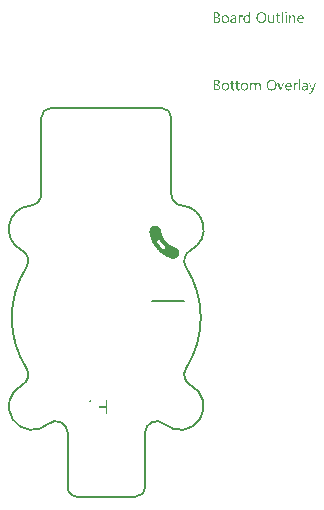
<source format=gbo>
G04*
G04 #@! TF.GenerationSoftware,Altium Limited,Altium Designer,21.8.1 (53)*
G04*
G04 Layer_Color=32896*
%FSAX25Y25*%
%MOIN*%
G70*
G04*
G04 #@! TF.SameCoordinates,18D3F597-79DD-4A29-BD4C-A2841DF7949F*
G04*
G04*
G04 #@! TF.FilePolarity,Positive*
G04*
G01*
G75*
%ADD12C,0.00787*%
%ADD44C,0.00591*%
G36*
X0060012Y0137578D02*
X0060037D01*
X0060093Y0137554D01*
X0060124Y0137535D01*
X0060155Y0137510D01*
X0060161Y0137504D01*
X0060167Y0137498D01*
X0060198Y0137461D01*
X0060223Y0137399D01*
X0060229Y0137362D01*
X0060235Y0137325D01*
Y0137319D01*
Y0137306D01*
X0060229Y0137287D01*
X0060223Y0137263D01*
X0060204Y0137201D01*
X0060179Y0137170D01*
X0060155Y0137139D01*
X0060148D01*
X0060142Y0137127D01*
X0060105Y0137102D01*
X0060049Y0137077D01*
X0060012Y0137071D01*
X0059975Y0137065D01*
X0059957D01*
X0059938Y0137071D01*
X0059913D01*
X0059851Y0137096D01*
X0059820Y0137108D01*
X0059789Y0137133D01*
Y0137139D01*
X0059777Y0137145D01*
X0059765Y0137164D01*
X0059752Y0137182D01*
X0059728Y0137244D01*
X0059721Y0137281D01*
X0059715Y0137325D01*
Y0137331D01*
Y0137343D01*
X0059721Y0137362D01*
X0059728Y0137393D01*
X0059746Y0137449D01*
X0059765Y0137479D01*
X0059789Y0137510D01*
X0059796Y0137517D01*
X0059802Y0137523D01*
X0059839Y0137548D01*
X0059901Y0137572D01*
X0059938Y0137585D01*
X0059994D01*
X0060012Y0137578D01*
D02*
G37*
G36*
X0048022Y0133914D02*
X0047620D01*
Y0134335D01*
X0047607D01*
Y0134329D01*
X0047595Y0134316D01*
X0047576Y0134292D01*
X0047558Y0134261D01*
X0047527Y0134223D01*
X0047490Y0134186D01*
X0047447Y0134143D01*
X0047397Y0134100D01*
X0047341Y0134050D01*
X0047273Y0134007D01*
X0047205Y0133970D01*
X0047125Y0133932D01*
X0047044Y0133902D01*
X0046951Y0133877D01*
X0046852Y0133864D01*
X0046747Y0133858D01*
X0046704D01*
X0046667Y0133864D01*
X0046630Y0133871D01*
X0046580Y0133877D01*
X0046475Y0133902D01*
X0046351Y0133939D01*
X0046227Y0134001D01*
X0046159Y0134038D01*
X0046103Y0134081D01*
X0046041Y0134137D01*
X0045986Y0134193D01*
Y0134199D01*
X0045973Y0134211D01*
X0045961Y0134230D01*
X0045942Y0134254D01*
X0045924Y0134285D01*
X0045899Y0134329D01*
X0045874Y0134378D01*
X0045849Y0134434D01*
X0045819Y0134496D01*
X0045794Y0134564D01*
X0045769Y0134638D01*
X0045750Y0134719D01*
X0045732Y0134805D01*
X0045720Y0134904D01*
X0045713Y0135003D01*
X0045707Y0135109D01*
Y0135115D01*
Y0135133D01*
Y0135170D01*
X0045713Y0135214D01*
X0045720Y0135263D01*
X0045726Y0135325D01*
X0045732Y0135393D01*
X0045744Y0135468D01*
X0045781Y0135629D01*
X0045837Y0135796D01*
X0045874Y0135876D01*
X0045918Y0135957D01*
X0045961Y0136031D01*
X0046017Y0136105D01*
X0046023Y0136111D01*
X0046029Y0136124D01*
X0046048Y0136142D01*
X0046072Y0136167D01*
X0046103Y0136192D01*
X0046147Y0136223D01*
X0046190Y0136260D01*
X0046240Y0136297D01*
X0046363Y0136365D01*
X0046506Y0136427D01*
X0046586Y0136446D01*
X0046673Y0136464D01*
X0046759Y0136477D01*
X0046859Y0136483D01*
X0046908D01*
X0046945Y0136477D01*
X0046982Y0136470D01*
X0047032Y0136464D01*
X0047143Y0136433D01*
X0047267Y0136384D01*
X0047329Y0136353D01*
X0047391Y0136310D01*
X0047453Y0136266D01*
X0047508Y0136211D01*
X0047558Y0136149D01*
X0047607Y0136074D01*
X0047620D01*
Y0137634D01*
X0048022D01*
Y0133914D01*
D02*
G37*
G36*
X0062290Y0136477D02*
X0062364Y0136470D01*
X0062457Y0136452D01*
X0062556Y0136421D01*
X0062661Y0136371D01*
X0062767Y0136303D01*
X0062810Y0136266D01*
X0062853Y0136217D01*
X0062866Y0136204D01*
X0062891Y0136167D01*
X0062922Y0136105D01*
X0062965Y0136019D01*
X0063002Y0135913D01*
X0063039Y0135783D01*
X0063064Y0135629D01*
X0063070Y0135449D01*
Y0133914D01*
X0062668D01*
Y0135344D01*
Y0135350D01*
Y0135381D01*
X0062661Y0135418D01*
Y0135468D01*
X0062649Y0135530D01*
X0062637Y0135598D01*
X0062618Y0135672D01*
X0062594Y0135746D01*
X0062563Y0135820D01*
X0062525Y0135889D01*
X0062476Y0135957D01*
X0062420Y0136019D01*
X0062358Y0136068D01*
X0062278Y0136105D01*
X0062191Y0136136D01*
X0062086Y0136142D01*
X0062073D01*
X0062036Y0136136D01*
X0061981Y0136130D01*
X0061913Y0136111D01*
X0061832Y0136087D01*
X0061745Y0136043D01*
X0061665Y0135988D01*
X0061585Y0135913D01*
X0061578Y0135901D01*
X0061554Y0135876D01*
X0061523Y0135827D01*
X0061485Y0135759D01*
X0061448Y0135678D01*
X0061417Y0135579D01*
X0061393Y0135468D01*
X0061386Y0135344D01*
Y0133914D01*
X0060984D01*
Y0136427D01*
X0061386D01*
Y0136006D01*
X0061399D01*
X0061405Y0136012D01*
X0061411Y0136025D01*
X0061430Y0136049D01*
X0061454Y0136081D01*
X0061479Y0136118D01*
X0061516Y0136155D01*
X0061560Y0136198D01*
X0061609Y0136248D01*
X0061665Y0136291D01*
X0061727Y0136334D01*
X0061795Y0136371D01*
X0061869Y0136408D01*
X0061944Y0136440D01*
X0062030Y0136464D01*
X0062123Y0136477D01*
X0062222Y0136483D01*
X0062259D01*
X0062290Y0136477D01*
D02*
G37*
G36*
X0045292Y0136464D02*
X0045367Y0136458D01*
X0045410Y0136446D01*
X0045441Y0136433D01*
Y0136019D01*
X0045435Y0136025D01*
X0045422Y0136031D01*
X0045398Y0136043D01*
X0045367Y0136062D01*
X0045323Y0136074D01*
X0045268Y0136087D01*
X0045206Y0136093D01*
X0045138Y0136099D01*
X0045125D01*
X0045094Y0136093D01*
X0045045Y0136087D01*
X0044989Y0136068D01*
X0044915Y0136037D01*
X0044847Y0135994D01*
X0044772Y0135932D01*
X0044704Y0135851D01*
X0044698Y0135839D01*
X0044680Y0135808D01*
X0044649Y0135752D01*
X0044618Y0135678D01*
X0044587Y0135585D01*
X0044556Y0135468D01*
X0044537Y0135338D01*
X0044531Y0135189D01*
Y0133914D01*
X0044129D01*
Y0136427D01*
X0044531D01*
Y0135907D01*
X0044543D01*
Y0135913D01*
X0044550Y0135919D01*
X0044562Y0135951D01*
X0044581Y0136000D01*
X0044611Y0136062D01*
X0044642Y0136124D01*
X0044692Y0136192D01*
X0044741Y0136260D01*
X0044803Y0136322D01*
X0044810Y0136328D01*
X0044834Y0136347D01*
X0044872Y0136371D01*
X0044921Y0136396D01*
X0044977Y0136421D01*
X0045045Y0136446D01*
X0045119Y0136464D01*
X0045200Y0136470D01*
X0045255D01*
X0045292Y0136464D01*
D02*
G37*
G36*
X0056032Y0133914D02*
X0055630D01*
Y0134310D01*
X0055617D01*
Y0134304D01*
X0055605Y0134292D01*
X0055593Y0134267D01*
X0055568Y0134242D01*
X0055512Y0134168D01*
X0055425Y0134087D01*
X0055376Y0134044D01*
X0055320Y0134001D01*
X0055258Y0133964D01*
X0055184Y0133926D01*
X0055110Y0133902D01*
X0055029Y0133877D01*
X0054936Y0133864D01*
X0054844Y0133858D01*
X0054806D01*
X0054763Y0133864D01*
X0054701Y0133877D01*
X0054633Y0133889D01*
X0054559Y0133914D01*
X0054478Y0133945D01*
X0054398Y0133994D01*
X0054311Y0134050D01*
X0054231Y0134118D01*
X0054157Y0134205D01*
X0054088Y0134310D01*
X0054027Y0134428D01*
X0053983Y0134570D01*
X0053958Y0134737D01*
X0053946Y0134824D01*
Y0134923D01*
Y0136427D01*
X0054342D01*
Y0134985D01*
Y0134979D01*
Y0134954D01*
X0054348Y0134911D01*
X0054355Y0134861D01*
X0054361Y0134799D01*
X0054373Y0134737D01*
X0054392Y0134663D01*
X0054417Y0134589D01*
X0054454Y0134514D01*
X0054491Y0134446D01*
X0054540Y0134378D01*
X0054602Y0134316D01*
X0054670Y0134267D01*
X0054751Y0134230D01*
X0054850Y0134199D01*
X0054955Y0134193D01*
X0054967D01*
X0055005Y0134199D01*
X0055060Y0134205D01*
X0055122Y0134217D01*
X0055203Y0134248D01*
X0055283Y0134285D01*
X0055364Y0134335D01*
X0055438Y0134409D01*
X0055444Y0134422D01*
X0055469Y0134446D01*
X0055500Y0134496D01*
X0055537Y0134564D01*
X0055568Y0134644D01*
X0055599Y0134743D01*
X0055624Y0134855D01*
X0055630Y0134979D01*
Y0136427D01*
X0056032D01*
Y0133914D01*
D02*
G37*
G36*
X0060167D02*
X0059765D01*
Y0136427D01*
X0060167D01*
Y0133914D01*
D02*
G37*
G36*
X0058948D02*
X0058545D01*
Y0137634D01*
X0058948D01*
Y0133914D01*
D02*
G37*
G36*
X0042569Y0136477D02*
X0042625Y0136470D01*
X0042693Y0136452D01*
X0042767Y0136433D01*
X0042847Y0136402D01*
X0042934Y0136365D01*
X0043014Y0136316D01*
X0043095Y0136254D01*
X0043169Y0136179D01*
X0043237Y0136087D01*
X0043293Y0135981D01*
X0043336Y0135858D01*
X0043361Y0135715D01*
X0043374Y0135548D01*
Y0133914D01*
X0042971D01*
Y0134304D01*
X0042959D01*
Y0134298D01*
X0042946Y0134285D01*
X0042934Y0134261D01*
X0042909Y0134236D01*
X0042847Y0134162D01*
X0042767Y0134081D01*
X0042656Y0134001D01*
X0042526Y0133926D01*
X0042445Y0133902D01*
X0042364Y0133877D01*
X0042278Y0133864D01*
X0042185Y0133858D01*
X0042148D01*
X0042123Y0133864D01*
X0042055Y0133871D01*
X0041975Y0133883D01*
X0041875Y0133908D01*
X0041783Y0133939D01*
X0041684Y0133988D01*
X0041597Y0134050D01*
X0041591Y0134063D01*
X0041566Y0134087D01*
X0041529Y0134131D01*
X0041492Y0134193D01*
X0041455Y0134267D01*
X0041418Y0134353D01*
X0041393Y0134459D01*
X0041387Y0134576D01*
Y0134582D01*
Y0134607D01*
X0041393Y0134644D01*
X0041399Y0134688D01*
X0041411Y0134743D01*
X0041430Y0134805D01*
X0041455Y0134873D01*
X0041492Y0134941D01*
X0041535Y0135016D01*
X0041591Y0135090D01*
X0041659Y0135158D01*
X0041739Y0135220D01*
X0041832Y0135282D01*
X0041944Y0135331D01*
X0042067Y0135369D01*
X0042216Y0135400D01*
X0042971Y0135505D01*
Y0135511D01*
Y0135530D01*
X0042965Y0135567D01*
Y0135604D01*
X0042953Y0135653D01*
X0042946Y0135709D01*
X0042909Y0135827D01*
X0042878Y0135882D01*
X0042847Y0135938D01*
X0042804Y0135994D01*
X0042755Y0136043D01*
X0042693Y0136087D01*
X0042625Y0136118D01*
X0042544Y0136136D01*
X0042451Y0136142D01*
X0042408D01*
X0042377Y0136136D01*
X0042334D01*
X0042290Y0136124D01*
X0042179Y0136105D01*
X0042055Y0136068D01*
X0041919Y0136012D01*
X0041845Y0135975D01*
X0041776Y0135938D01*
X0041702Y0135889D01*
X0041634Y0135833D01*
Y0136248D01*
X0041640D01*
X0041653Y0136260D01*
X0041671Y0136272D01*
X0041702Y0136285D01*
X0041733Y0136303D01*
X0041776Y0136322D01*
X0041826Y0136340D01*
X0041882Y0136365D01*
X0042006Y0136408D01*
X0042154Y0136446D01*
X0042315Y0136470D01*
X0042488Y0136483D01*
X0042526D01*
X0042569Y0136477D01*
D02*
G37*
G36*
X0036880Y0137424D02*
X0036924D01*
X0036967Y0137417D01*
X0037066Y0137405D01*
X0037183Y0137374D01*
X0037307Y0137337D01*
X0037425Y0137281D01*
X0037530Y0137207D01*
X0037536D01*
X0037543Y0137195D01*
X0037574Y0137170D01*
X0037617Y0137120D01*
X0037666Y0137052D01*
X0037710Y0136966D01*
X0037753Y0136867D01*
X0037784Y0136755D01*
X0037796Y0136693D01*
Y0136625D01*
Y0136619D01*
Y0136613D01*
Y0136576D01*
X0037790Y0136520D01*
X0037778Y0136452D01*
X0037759Y0136365D01*
X0037728Y0136278D01*
X0037691Y0136192D01*
X0037635Y0136105D01*
X0037629Y0136093D01*
X0037604Y0136068D01*
X0037567Y0136031D01*
X0037518Y0135981D01*
X0037456Y0135932D01*
X0037382Y0135876D01*
X0037289Y0135833D01*
X0037190Y0135790D01*
Y0135783D01*
X0037208D01*
X0037227Y0135777D01*
X0037245Y0135771D01*
X0037314Y0135759D01*
X0037394Y0135734D01*
X0037481Y0135697D01*
X0037574Y0135653D01*
X0037666Y0135591D01*
X0037753Y0135511D01*
X0037765Y0135499D01*
X0037790Y0135468D01*
X0037821Y0135424D01*
X0037864Y0135356D01*
X0037901Y0135270D01*
X0037939Y0135170D01*
X0037964Y0135053D01*
X0037970Y0134923D01*
Y0134917D01*
Y0134904D01*
Y0134880D01*
X0037964Y0134849D01*
X0037957Y0134811D01*
X0037951Y0134768D01*
X0037926Y0134663D01*
X0037889Y0134545D01*
X0037833Y0134422D01*
X0037796Y0134366D01*
X0037753Y0134304D01*
X0037697Y0134248D01*
X0037642Y0134193D01*
X0037635D01*
X0037629Y0134180D01*
X0037611Y0134168D01*
X0037586Y0134149D01*
X0037555Y0134131D01*
X0037512Y0134106D01*
X0037419Y0134056D01*
X0037301Y0134001D01*
X0037165Y0133957D01*
X0037004Y0133926D01*
X0036924Y0133920D01*
X0036831Y0133914D01*
X0035803D01*
Y0137430D01*
X0036849D01*
X0036880Y0137424D01*
D02*
G37*
G36*
X0057375Y0136427D02*
X0058013D01*
Y0136081D01*
X0057375D01*
Y0134663D01*
Y0134651D01*
Y0134620D01*
X0057381Y0134576D01*
X0057388Y0134521D01*
X0057412Y0134403D01*
X0057431Y0134347D01*
X0057462Y0134304D01*
X0057468Y0134298D01*
X0057481Y0134285D01*
X0057499Y0134273D01*
X0057530Y0134254D01*
X0057567Y0134230D01*
X0057617Y0134217D01*
X0057679Y0134205D01*
X0057747Y0134199D01*
X0057771D01*
X0057802Y0134205D01*
X0057840Y0134211D01*
X0057926Y0134236D01*
X0057969Y0134254D01*
X0058013Y0134279D01*
Y0133932D01*
X0058007D01*
X0057988Y0133920D01*
X0057957Y0133914D01*
X0057914Y0133902D01*
X0057858Y0133889D01*
X0057796Y0133877D01*
X0057722Y0133871D01*
X0057635Y0133864D01*
X0057604D01*
X0057573Y0133871D01*
X0057530Y0133877D01*
X0057481Y0133889D01*
X0057425Y0133902D01*
X0057369Y0133926D01*
X0057307Y0133957D01*
X0057245Y0133994D01*
X0057183Y0134044D01*
X0057128Y0134100D01*
X0057078Y0134174D01*
X0057035Y0134254D01*
X0057004Y0134353D01*
X0056979Y0134465D01*
X0056973Y0134595D01*
Y0136081D01*
X0056546D01*
Y0136427D01*
X0056973D01*
Y0137040D01*
X0057375Y0137170D01*
Y0136427D01*
D02*
G37*
G36*
X0064902Y0136477D02*
X0064946Y0136470D01*
X0064989Y0136464D01*
X0065100Y0136446D01*
X0065224Y0136402D01*
X0065348Y0136347D01*
X0065410Y0136310D01*
X0065472Y0136266D01*
X0065527Y0136217D01*
X0065583Y0136161D01*
X0065589Y0136155D01*
X0065596Y0136149D01*
X0065608Y0136130D01*
X0065627Y0136105D01*
X0065645Y0136068D01*
X0065670Y0136031D01*
X0065695Y0135988D01*
X0065719Y0135932D01*
X0065744Y0135870D01*
X0065769Y0135808D01*
X0065794Y0135734D01*
X0065812Y0135653D01*
X0065831Y0135567D01*
X0065843Y0135480D01*
X0065856Y0135381D01*
Y0135276D01*
Y0135065D01*
X0064079D01*
Y0135059D01*
Y0135047D01*
Y0135028D01*
X0064085Y0134997D01*
X0064091Y0134960D01*
Y0134923D01*
X0064110Y0134824D01*
X0064141Y0134725D01*
X0064178Y0134613D01*
X0064234Y0134508D01*
X0064302Y0134415D01*
X0064314Y0134403D01*
X0064339Y0134378D01*
X0064389Y0134347D01*
X0064457Y0134304D01*
X0064543Y0134261D01*
X0064642Y0134230D01*
X0064760Y0134205D01*
X0064896Y0134193D01*
X0064939D01*
X0064970Y0134199D01*
X0065008D01*
X0065051Y0134205D01*
X0065156Y0134230D01*
X0065274Y0134261D01*
X0065404Y0134310D01*
X0065540Y0134378D01*
X0065608Y0134422D01*
X0065676Y0134471D01*
Y0134093D01*
X0065670D01*
X0065664Y0134081D01*
X0065645Y0134075D01*
X0065614Y0134056D01*
X0065583Y0134038D01*
X0065546Y0134019D01*
X0065497Y0134001D01*
X0065447Y0133976D01*
X0065385Y0133951D01*
X0065317Y0133932D01*
X0065168Y0133895D01*
X0064995Y0133871D01*
X0064803Y0133858D01*
X0064754D01*
X0064717Y0133864D01*
X0064673Y0133871D01*
X0064618Y0133877D01*
X0064500Y0133902D01*
X0064364Y0133939D01*
X0064228Y0134001D01*
X0064160Y0134044D01*
X0064091Y0134087D01*
X0064030Y0134137D01*
X0063968Y0134199D01*
X0063961Y0134205D01*
X0063955Y0134217D01*
X0063943Y0134236D01*
X0063918Y0134261D01*
X0063899Y0134298D01*
X0063875Y0134341D01*
X0063844Y0134391D01*
X0063819Y0134446D01*
X0063788Y0134508D01*
X0063763Y0134582D01*
X0063732Y0134663D01*
X0063714Y0134750D01*
X0063695Y0134843D01*
X0063677Y0134941D01*
X0063670Y0135047D01*
X0063664Y0135158D01*
Y0135164D01*
Y0135183D01*
Y0135214D01*
X0063670Y0135257D01*
X0063677Y0135307D01*
X0063683Y0135362D01*
X0063689Y0135431D01*
X0063708Y0135499D01*
X0063745Y0135647D01*
X0063801Y0135808D01*
X0063838Y0135889D01*
X0063887Y0135963D01*
X0063937Y0136043D01*
X0063992Y0136111D01*
X0063999Y0136118D01*
X0064011Y0136130D01*
X0064030Y0136149D01*
X0064054Y0136167D01*
X0064085Y0136198D01*
X0064122Y0136229D01*
X0064172Y0136260D01*
X0064221Y0136297D01*
X0064339Y0136365D01*
X0064481Y0136427D01*
X0064562Y0136446D01*
X0064642Y0136464D01*
X0064729Y0136477D01*
X0064822Y0136483D01*
X0064871D01*
X0064902Y0136477D01*
D02*
G37*
G36*
X0051860Y0137486D02*
X0051922Y0137479D01*
X0051996Y0137467D01*
X0052077Y0137449D01*
X0052163Y0137430D01*
X0052250Y0137405D01*
X0052349Y0137374D01*
X0052442Y0137331D01*
X0052541Y0137281D01*
X0052640Y0137226D01*
X0052733Y0137157D01*
X0052826Y0137083D01*
X0052912Y0136997D01*
X0052918Y0136990D01*
X0052931Y0136972D01*
X0052956Y0136947D01*
X0052980Y0136910D01*
X0053017Y0136860D01*
X0053055Y0136799D01*
X0053092Y0136730D01*
X0053135Y0136656D01*
X0053179Y0136563D01*
X0053216Y0136470D01*
X0053253Y0136365D01*
X0053290Y0136248D01*
X0053315Y0136130D01*
X0053339Y0136000D01*
X0053352Y0135858D01*
X0053358Y0135715D01*
Y0135703D01*
Y0135678D01*
Y0135635D01*
X0053352Y0135573D01*
X0053346Y0135499D01*
X0053333Y0135418D01*
X0053321Y0135325D01*
X0053302Y0135220D01*
X0053277Y0135115D01*
X0053247Y0135003D01*
X0053209Y0134892D01*
X0053166Y0134781D01*
X0053110Y0134663D01*
X0053048Y0134558D01*
X0052980Y0134452D01*
X0052900Y0134353D01*
X0052894Y0134347D01*
X0052881Y0134335D01*
X0052850Y0134310D01*
X0052819Y0134279D01*
X0052770Y0134236D01*
X0052714Y0134199D01*
X0052652Y0134149D01*
X0052578Y0134106D01*
X0052498Y0134063D01*
X0052405Y0134013D01*
X0052306Y0133976D01*
X0052194Y0133939D01*
X0052077Y0133902D01*
X0051953Y0133877D01*
X0051823Y0133864D01*
X0051680Y0133858D01*
X0051649D01*
X0051606Y0133864D01*
X0051557D01*
X0051495Y0133871D01*
X0051420Y0133883D01*
X0051340Y0133902D01*
X0051247Y0133920D01*
X0051154Y0133945D01*
X0051055Y0133976D01*
X0050956Y0134019D01*
X0050857Y0134063D01*
X0050758Y0134118D01*
X0050659Y0134186D01*
X0050566Y0134261D01*
X0050480Y0134347D01*
X0050473Y0134353D01*
X0050461Y0134372D01*
X0050436Y0134397D01*
X0050411Y0134434D01*
X0050374Y0134483D01*
X0050337Y0134545D01*
X0050300Y0134613D01*
X0050257Y0134694D01*
X0050213Y0134781D01*
X0050176Y0134873D01*
X0050139Y0134979D01*
X0050102Y0135096D01*
X0050077Y0135214D01*
X0050052Y0135344D01*
X0050040Y0135486D01*
X0050034Y0135629D01*
Y0135641D01*
Y0135666D01*
X0050040Y0135709D01*
Y0135771D01*
X0050046Y0135839D01*
X0050059Y0135926D01*
X0050071Y0136019D01*
X0050090Y0136118D01*
X0050114Y0136223D01*
X0050145Y0136334D01*
X0050182Y0136446D01*
X0050226Y0136557D01*
X0050282Y0136669D01*
X0050344Y0136780D01*
X0050411Y0136885D01*
X0050492Y0136984D01*
X0050498Y0136990D01*
X0050511Y0137009D01*
X0050542Y0137034D01*
X0050579Y0137065D01*
X0050622Y0137102D01*
X0050678Y0137145D01*
X0050746Y0137188D01*
X0050820Y0137238D01*
X0050907Y0137287D01*
X0051000Y0137331D01*
X0051099Y0137374D01*
X0051210Y0137411D01*
X0051334Y0137442D01*
X0051464Y0137473D01*
X0051600Y0137486D01*
X0051742Y0137492D01*
X0051810D01*
X0051860Y0137486D01*
D02*
G37*
G36*
X0039833Y0136477D02*
X0039876Y0136470D01*
X0039932Y0136464D01*
X0040056Y0136440D01*
X0040198Y0136396D01*
X0040340Y0136334D01*
X0040415Y0136297D01*
X0040483Y0136254D01*
X0040551Y0136198D01*
X0040613Y0136136D01*
X0040619Y0136130D01*
X0040625Y0136118D01*
X0040644Y0136099D01*
X0040662Y0136074D01*
X0040687Y0136037D01*
X0040712Y0135994D01*
X0040743Y0135944D01*
X0040774Y0135889D01*
X0040799Y0135820D01*
X0040829Y0135752D01*
X0040854Y0135672D01*
X0040879Y0135585D01*
X0040898Y0135492D01*
X0040916Y0135393D01*
X0040922Y0135288D01*
X0040929Y0135177D01*
Y0135170D01*
Y0135152D01*
Y0135121D01*
X0040922Y0135078D01*
X0040916Y0135028D01*
X0040910Y0134966D01*
X0040898Y0134904D01*
X0040885Y0134830D01*
X0040848Y0134681D01*
X0040786Y0134521D01*
X0040749Y0134440D01*
X0040699Y0134360D01*
X0040650Y0134285D01*
X0040588Y0134217D01*
X0040582Y0134211D01*
X0040569Y0134205D01*
X0040551Y0134186D01*
X0040526Y0134162D01*
X0040489Y0134137D01*
X0040452Y0134106D01*
X0040402Y0134069D01*
X0040347Y0134038D01*
X0040285Y0134007D01*
X0040217Y0133970D01*
X0040142Y0133939D01*
X0040062Y0133914D01*
X0039975Y0133889D01*
X0039882Y0133877D01*
X0039783Y0133864D01*
X0039678Y0133858D01*
X0039622D01*
X0039585Y0133864D01*
X0039542Y0133871D01*
X0039486Y0133877D01*
X0039424Y0133889D01*
X0039356Y0133902D01*
X0039214Y0133945D01*
X0039065Y0134007D01*
X0038991Y0134044D01*
X0038923Y0134093D01*
X0038855Y0134143D01*
X0038787Y0134205D01*
X0038781Y0134211D01*
X0038774Y0134223D01*
X0038756Y0134242D01*
X0038737Y0134267D01*
X0038712Y0134304D01*
X0038682Y0134347D01*
X0038651Y0134397D01*
X0038626Y0134452D01*
X0038595Y0134521D01*
X0038564Y0134589D01*
X0038533Y0134663D01*
X0038508Y0134750D01*
X0038471Y0134935D01*
X0038465Y0135034D01*
X0038459Y0135140D01*
Y0135146D01*
Y0135170D01*
Y0135202D01*
X0038465Y0135245D01*
X0038471Y0135294D01*
X0038477Y0135356D01*
X0038490Y0135424D01*
X0038502Y0135499D01*
X0038539Y0135660D01*
X0038601Y0135820D01*
X0038644Y0135901D01*
X0038688Y0135981D01*
X0038737Y0136056D01*
X0038799Y0136124D01*
X0038805Y0136130D01*
X0038818Y0136142D01*
X0038836Y0136155D01*
X0038861Y0136179D01*
X0038898Y0136204D01*
X0038941Y0136235D01*
X0038991Y0136272D01*
X0039047Y0136303D01*
X0039109Y0136334D01*
X0039183Y0136371D01*
X0039257Y0136402D01*
X0039344Y0136427D01*
X0039430Y0136452D01*
X0039529Y0136470D01*
X0039635Y0136477D01*
X0039740Y0136483D01*
X0039796D01*
X0039833Y0136477D01*
D02*
G37*
G36*
X0050740Y0113981D02*
X0050795Y0113969D01*
X0050857Y0113956D01*
X0050925Y0113932D01*
X0051006Y0113901D01*
X0051080Y0113857D01*
X0051161Y0113808D01*
X0051235Y0113740D01*
X0051303Y0113653D01*
X0051365Y0113554D01*
X0051420Y0113443D01*
X0051458Y0113300D01*
X0051489Y0113145D01*
X0051495Y0112966D01*
Y0111418D01*
X0051092D01*
Y0112861D01*
Y0112867D01*
Y0112879D01*
Y0112898D01*
Y0112929D01*
X0051086Y0113003D01*
X0051074Y0113090D01*
X0051061Y0113189D01*
X0051037Y0113288D01*
X0051006Y0113381D01*
X0050963Y0113461D01*
X0050956Y0113467D01*
X0050938Y0113492D01*
X0050907Y0113523D01*
X0050857Y0113554D01*
X0050801Y0113591D01*
X0050727Y0113616D01*
X0050634Y0113641D01*
X0050529Y0113647D01*
X0050517D01*
X0050486Y0113641D01*
X0050436Y0113635D01*
X0050374Y0113616D01*
X0050306Y0113591D01*
X0050232Y0113548D01*
X0050158Y0113492D01*
X0050090Y0113412D01*
X0050084Y0113399D01*
X0050065Y0113368D01*
X0050034Y0113319D01*
X0050003Y0113251D01*
X0049966Y0113170D01*
X0049941Y0113077D01*
X0049916Y0112966D01*
X0049910Y0112848D01*
Y0111418D01*
X0049508D01*
Y0112910D01*
Y0112917D01*
Y0112941D01*
X0049502Y0112978D01*
Y0113028D01*
X0049489Y0113084D01*
X0049477Y0113145D01*
X0049458Y0113207D01*
X0049440Y0113282D01*
X0049409Y0113350D01*
X0049372Y0113412D01*
X0049322Y0113474D01*
X0049266Y0113529D01*
X0049204Y0113579D01*
X0049124Y0113616D01*
X0049037Y0113641D01*
X0048938Y0113647D01*
X0048926D01*
X0048895Y0113641D01*
X0048845Y0113635D01*
X0048784Y0113622D01*
X0048715Y0113591D01*
X0048641Y0113554D01*
X0048567Y0113498D01*
X0048499Y0113424D01*
X0048493Y0113412D01*
X0048474Y0113387D01*
X0048443Y0113337D01*
X0048412Y0113269D01*
X0048381Y0113189D01*
X0048350Y0113090D01*
X0048332Y0112978D01*
X0048325Y0112848D01*
Y0111418D01*
X0047923D01*
Y0113932D01*
X0048325D01*
Y0113529D01*
X0048338D01*
X0048344Y0113535D01*
X0048350Y0113548D01*
X0048369Y0113573D01*
X0048387Y0113604D01*
X0048449Y0113672D01*
X0048536Y0113758D01*
X0048647Y0113845D01*
X0048777Y0113913D01*
X0048858Y0113944D01*
X0048938Y0113969D01*
X0049025Y0113981D01*
X0049118Y0113987D01*
X0049161D01*
X0049211Y0113981D01*
X0049273Y0113969D01*
X0049341Y0113950D01*
X0049415Y0113926D01*
X0049489Y0113894D01*
X0049564Y0113845D01*
X0049570Y0113839D01*
X0049595Y0113820D01*
X0049625Y0113789D01*
X0049669Y0113746D01*
X0049712Y0113690D01*
X0049755Y0113628D01*
X0049799Y0113554D01*
X0049830Y0113467D01*
X0049836Y0113474D01*
X0049842Y0113492D01*
X0049861Y0113517D01*
X0049879Y0113548D01*
X0049910Y0113591D01*
X0049947Y0113635D01*
X0049991Y0113678D01*
X0050040Y0113727D01*
X0050096Y0113777D01*
X0050158Y0113820D01*
X0050226Y0113870D01*
X0050300Y0113907D01*
X0050381Y0113938D01*
X0050467Y0113963D01*
X0050566Y0113981D01*
X0050665Y0113987D01*
X0050703D01*
X0050740Y0113981D01*
D02*
G37*
G36*
X0063615Y0113969D02*
X0063689Y0113963D01*
X0063732Y0113950D01*
X0063763Y0113938D01*
Y0113523D01*
X0063757Y0113529D01*
X0063745Y0113535D01*
X0063720Y0113548D01*
X0063689Y0113566D01*
X0063646Y0113579D01*
X0063590Y0113591D01*
X0063528Y0113597D01*
X0063460Y0113604D01*
X0063448D01*
X0063417Y0113597D01*
X0063367Y0113591D01*
X0063311Y0113573D01*
X0063237Y0113542D01*
X0063169Y0113498D01*
X0063095Y0113436D01*
X0063027Y0113356D01*
X0063021Y0113344D01*
X0063002Y0113313D01*
X0062971Y0113257D01*
X0062940Y0113183D01*
X0062909Y0113090D01*
X0062878Y0112972D01*
X0062860Y0112842D01*
X0062853Y0112694D01*
Y0111418D01*
X0062451D01*
Y0113932D01*
X0062853D01*
Y0113412D01*
X0062866D01*
Y0113418D01*
X0062872Y0113424D01*
X0062884Y0113455D01*
X0062903Y0113505D01*
X0062934Y0113566D01*
X0062965Y0113628D01*
X0063014Y0113696D01*
X0063064Y0113765D01*
X0063126Y0113826D01*
X0063132Y0113833D01*
X0063157Y0113851D01*
X0063194Y0113876D01*
X0063243Y0113901D01*
X0063299Y0113926D01*
X0063367Y0113950D01*
X0063441Y0113969D01*
X0063522Y0113975D01*
X0063578D01*
X0063615Y0113969D01*
D02*
G37*
G36*
X0068821Y0111016D02*
X0068814Y0111010D01*
X0068808Y0110985D01*
X0068790Y0110942D01*
X0068765Y0110892D01*
X0068734Y0110837D01*
X0068691Y0110769D01*
X0068647Y0110701D01*
X0068598Y0110626D01*
X0068536Y0110552D01*
X0068474Y0110484D01*
X0068400Y0110416D01*
X0068319Y0110360D01*
X0068239Y0110310D01*
X0068146Y0110267D01*
X0068053Y0110242D01*
X0067948Y0110236D01*
X0067892D01*
X0067855Y0110242D01*
X0067774Y0110255D01*
X0067688Y0110273D01*
Y0110632D01*
X0067694D01*
X0067713Y0110626D01*
X0067737Y0110620D01*
X0067768Y0110614D01*
X0067843Y0110595D01*
X0067923Y0110589D01*
X0067935D01*
X0067973Y0110595D01*
X0068028Y0110608D01*
X0068096Y0110632D01*
X0068171Y0110676D01*
X0068208Y0110707D01*
X0068245Y0110744D01*
X0068282Y0110781D01*
X0068319Y0110830D01*
X0068350Y0110886D01*
X0068381Y0110948D01*
X0068585Y0111418D01*
X0067601Y0113932D01*
X0068047D01*
X0068728Y0111994D01*
Y0111988D01*
X0068734Y0111976D01*
X0068740Y0111957D01*
X0068746Y0111932D01*
X0068752Y0111895D01*
X0068765Y0111858D01*
X0068777Y0111802D01*
X0068796D01*
Y0111815D01*
X0068808Y0111852D01*
X0068821Y0111907D01*
X0068845Y0111988D01*
X0069557Y0113932D01*
X0069972D01*
X0068821Y0111016D01*
D02*
G37*
G36*
X0058390Y0111418D02*
X0057994D01*
X0057041Y0113932D01*
X0057481D01*
X0058124Y0112106D01*
X0058131Y0112099D01*
X0058137Y0112075D01*
X0058149Y0112031D01*
X0058161Y0111988D01*
X0058174Y0111932D01*
X0058192Y0111870D01*
X0058211Y0111753D01*
X0058217D01*
Y0111759D01*
X0058223Y0111784D01*
X0058230Y0111821D01*
X0058236Y0111864D01*
X0058248Y0111920D01*
X0058261Y0111976D01*
X0058298Y0112093D01*
X0058966Y0113932D01*
X0059387D01*
X0058390Y0111418D01*
D02*
G37*
G36*
X0066413Y0113981D02*
X0066468Y0113975D01*
X0066536Y0113956D01*
X0066611Y0113938D01*
X0066691Y0113907D01*
X0066778Y0113870D01*
X0066858Y0113820D01*
X0066939Y0113758D01*
X0067013Y0113684D01*
X0067081Y0113591D01*
X0067137Y0113486D01*
X0067180Y0113362D01*
X0067205Y0113220D01*
X0067217Y0113053D01*
Y0111418D01*
X0066815D01*
Y0111809D01*
X0066803D01*
Y0111802D01*
X0066790Y0111790D01*
X0066778Y0111765D01*
X0066753Y0111740D01*
X0066691Y0111666D01*
X0066611Y0111586D01*
X0066499Y0111505D01*
X0066369Y0111431D01*
X0066289Y0111406D01*
X0066208Y0111381D01*
X0066122Y0111369D01*
X0066029Y0111363D01*
X0065992D01*
X0065967Y0111369D01*
X0065899Y0111375D01*
X0065818Y0111388D01*
X0065719Y0111412D01*
X0065627Y0111443D01*
X0065527Y0111493D01*
X0065441Y0111555D01*
X0065435Y0111567D01*
X0065410Y0111592D01*
X0065373Y0111635D01*
X0065336Y0111697D01*
X0065298Y0111771D01*
X0065261Y0111858D01*
X0065237Y0111963D01*
X0065230Y0112081D01*
Y0112087D01*
Y0112112D01*
X0065237Y0112149D01*
X0065243Y0112192D01*
X0065255Y0112248D01*
X0065274Y0112310D01*
X0065298Y0112378D01*
X0065336Y0112446D01*
X0065379Y0112520D01*
X0065435Y0112595D01*
X0065503Y0112663D01*
X0065583Y0112725D01*
X0065676Y0112786D01*
X0065788Y0112836D01*
X0065911Y0112873D01*
X0066060Y0112904D01*
X0066815Y0113009D01*
Y0113015D01*
Y0113034D01*
X0066809Y0113071D01*
Y0113108D01*
X0066796Y0113158D01*
X0066790Y0113214D01*
X0066753Y0113331D01*
X0066722Y0113387D01*
X0066691Y0113443D01*
X0066648Y0113498D01*
X0066598Y0113548D01*
X0066536Y0113591D01*
X0066468Y0113622D01*
X0066388Y0113641D01*
X0066295Y0113647D01*
X0066252D01*
X0066221Y0113641D01*
X0066177D01*
X0066134Y0113628D01*
X0066023Y0113610D01*
X0065899Y0113573D01*
X0065763Y0113517D01*
X0065689Y0113480D01*
X0065620Y0113443D01*
X0065546Y0113393D01*
X0065478Y0113337D01*
Y0113752D01*
X0065484D01*
X0065497Y0113765D01*
X0065515Y0113777D01*
X0065546Y0113789D01*
X0065577Y0113808D01*
X0065620Y0113826D01*
X0065670Y0113845D01*
X0065726Y0113870D01*
X0065849Y0113913D01*
X0065998Y0113950D01*
X0066159Y0113975D01*
X0066332Y0113987D01*
X0066369D01*
X0066413Y0113981D01*
D02*
G37*
G36*
X0064599Y0111418D02*
X0064197D01*
Y0115139D01*
X0064599D01*
Y0111418D01*
D02*
G37*
G36*
X0036880Y0114928D02*
X0036924D01*
X0036967Y0114922D01*
X0037066Y0114910D01*
X0037183Y0114879D01*
X0037307Y0114842D01*
X0037425Y0114786D01*
X0037530Y0114712D01*
X0037536D01*
X0037543Y0114699D01*
X0037574Y0114674D01*
X0037617Y0114625D01*
X0037666Y0114557D01*
X0037710Y0114470D01*
X0037753Y0114371D01*
X0037784Y0114260D01*
X0037796Y0114198D01*
Y0114130D01*
Y0114123D01*
Y0114117D01*
Y0114080D01*
X0037790Y0114024D01*
X0037778Y0113956D01*
X0037759Y0113870D01*
X0037728Y0113783D01*
X0037691Y0113696D01*
X0037635Y0113610D01*
X0037629Y0113597D01*
X0037604Y0113573D01*
X0037567Y0113535D01*
X0037518Y0113486D01*
X0037456Y0113436D01*
X0037382Y0113381D01*
X0037289Y0113337D01*
X0037190Y0113294D01*
Y0113288D01*
X0037208D01*
X0037227Y0113282D01*
X0037245Y0113276D01*
X0037314Y0113263D01*
X0037394Y0113238D01*
X0037481Y0113201D01*
X0037574Y0113158D01*
X0037666Y0113096D01*
X0037753Y0113015D01*
X0037765Y0113003D01*
X0037790Y0112972D01*
X0037821Y0112929D01*
X0037864Y0112861D01*
X0037901Y0112774D01*
X0037939Y0112675D01*
X0037964Y0112557D01*
X0037970Y0112427D01*
Y0112421D01*
Y0112409D01*
Y0112384D01*
X0037964Y0112353D01*
X0037957Y0112316D01*
X0037951Y0112273D01*
X0037926Y0112168D01*
X0037889Y0112050D01*
X0037833Y0111926D01*
X0037796Y0111870D01*
X0037753Y0111809D01*
X0037697Y0111753D01*
X0037642Y0111697D01*
X0037635D01*
X0037629Y0111685D01*
X0037611Y0111672D01*
X0037586Y0111654D01*
X0037555Y0111635D01*
X0037512Y0111610D01*
X0037419Y0111561D01*
X0037301Y0111505D01*
X0037165Y0111462D01*
X0037004Y0111431D01*
X0036924Y0111425D01*
X0036831Y0111418D01*
X0035803D01*
Y0114934D01*
X0036849D01*
X0036880Y0114928D01*
D02*
G37*
G36*
X0043807Y0113932D02*
X0044444D01*
Y0113585D01*
X0043807D01*
Y0112168D01*
Y0112155D01*
Y0112124D01*
X0043813Y0112081D01*
X0043819Y0112025D01*
X0043844Y0111907D01*
X0043863Y0111852D01*
X0043894Y0111809D01*
X0043900Y0111802D01*
X0043912Y0111790D01*
X0043931Y0111777D01*
X0043962Y0111759D01*
X0043999Y0111734D01*
X0044048Y0111722D01*
X0044110Y0111709D01*
X0044178Y0111703D01*
X0044203D01*
X0044234Y0111709D01*
X0044271Y0111716D01*
X0044358Y0111740D01*
X0044401Y0111759D01*
X0044444Y0111784D01*
Y0111437D01*
X0044438D01*
X0044420Y0111425D01*
X0044389Y0111418D01*
X0044345Y0111406D01*
X0044290Y0111394D01*
X0044228Y0111381D01*
X0044153Y0111375D01*
X0044067Y0111369D01*
X0044036D01*
X0044005Y0111375D01*
X0043962Y0111381D01*
X0043912Y0111394D01*
X0043856Y0111406D01*
X0043801Y0111431D01*
X0043739Y0111462D01*
X0043677Y0111499D01*
X0043615Y0111548D01*
X0043559Y0111604D01*
X0043510Y0111679D01*
X0043466Y0111759D01*
X0043435Y0111858D01*
X0043411Y0111969D01*
X0043404Y0112099D01*
Y0113585D01*
X0042977D01*
Y0113932D01*
X0043404D01*
Y0114544D01*
X0043807Y0114674D01*
Y0113932D01*
D02*
G37*
G36*
X0042105D02*
X0042742D01*
Y0113585D01*
X0042105D01*
Y0112168D01*
Y0112155D01*
Y0112124D01*
X0042111Y0112081D01*
X0042117Y0112025D01*
X0042142Y0111907D01*
X0042160Y0111852D01*
X0042191Y0111809D01*
X0042197Y0111802D01*
X0042210Y0111790D01*
X0042228Y0111777D01*
X0042259Y0111759D01*
X0042296Y0111734D01*
X0042346Y0111722D01*
X0042408Y0111709D01*
X0042476Y0111703D01*
X0042501D01*
X0042532Y0111709D01*
X0042569Y0111716D01*
X0042656Y0111740D01*
X0042699Y0111759D01*
X0042742Y0111784D01*
Y0111437D01*
X0042736D01*
X0042717Y0111425D01*
X0042686Y0111418D01*
X0042643Y0111406D01*
X0042587Y0111394D01*
X0042526Y0111381D01*
X0042451Y0111375D01*
X0042364Y0111369D01*
X0042334D01*
X0042303Y0111375D01*
X0042259Y0111381D01*
X0042210Y0111394D01*
X0042154Y0111406D01*
X0042098Y0111431D01*
X0042037Y0111462D01*
X0041975Y0111499D01*
X0041913Y0111548D01*
X0041857Y0111604D01*
X0041807Y0111679D01*
X0041764Y0111759D01*
X0041733Y0111858D01*
X0041708Y0111969D01*
X0041702Y0112099D01*
Y0113585D01*
X0041275D01*
Y0113932D01*
X0041702D01*
Y0114544D01*
X0042105Y0114674D01*
Y0113932D01*
D02*
G37*
G36*
X0060891Y0113981D02*
X0060935Y0113975D01*
X0060978Y0113969D01*
X0061089Y0113950D01*
X0061213Y0113907D01*
X0061337Y0113851D01*
X0061399Y0113814D01*
X0061461Y0113771D01*
X0061516Y0113721D01*
X0061572Y0113665D01*
X0061578Y0113659D01*
X0061585Y0113653D01*
X0061597Y0113635D01*
X0061615Y0113610D01*
X0061634Y0113573D01*
X0061659Y0113535D01*
X0061683Y0113492D01*
X0061708Y0113436D01*
X0061733Y0113374D01*
X0061758Y0113313D01*
X0061783Y0113238D01*
X0061801Y0113158D01*
X0061820Y0113071D01*
X0061832Y0112985D01*
X0061844Y0112885D01*
Y0112780D01*
Y0112570D01*
X0060068D01*
Y0112564D01*
Y0112551D01*
Y0112533D01*
X0060074Y0112502D01*
X0060080Y0112465D01*
Y0112427D01*
X0060099Y0112328D01*
X0060130Y0112229D01*
X0060167Y0112118D01*
X0060223Y0112013D01*
X0060291Y0111920D01*
X0060303Y0111907D01*
X0060328Y0111883D01*
X0060377Y0111852D01*
X0060445Y0111809D01*
X0060532Y0111765D01*
X0060631Y0111734D01*
X0060749Y0111709D01*
X0060885Y0111697D01*
X0060928D01*
X0060959Y0111703D01*
X0060996D01*
X0061040Y0111709D01*
X0061145Y0111734D01*
X0061263Y0111765D01*
X0061393Y0111815D01*
X0061529Y0111883D01*
X0061597Y0111926D01*
X0061665Y0111976D01*
Y0111598D01*
X0061659D01*
X0061653Y0111586D01*
X0061634Y0111579D01*
X0061603Y0111561D01*
X0061572Y0111542D01*
X0061535Y0111524D01*
X0061485Y0111505D01*
X0061436Y0111480D01*
X0061374Y0111456D01*
X0061306Y0111437D01*
X0061157Y0111400D01*
X0060984Y0111375D01*
X0060792Y0111363D01*
X0060743D01*
X0060706Y0111369D01*
X0060662Y0111375D01*
X0060606Y0111381D01*
X0060489Y0111406D01*
X0060353Y0111443D01*
X0060216Y0111505D01*
X0060148Y0111548D01*
X0060080Y0111592D01*
X0060018Y0111641D01*
X0059957Y0111703D01*
X0059950Y0111709D01*
X0059944Y0111722D01*
X0059932Y0111740D01*
X0059907Y0111765D01*
X0059888Y0111802D01*
X0059864Y0111846D01*
X0059833Y0111895D01*
X0059808Y0111951D01*
X0059777Y0112013D01*
X0059752Y0112087D01*
X0059721Y0112168D01*
X0059703Y0112254D01*
X0059684Y0112347D01*
X0059666Y0112446D01*
X0059659Y0112551D01*
X0059653Y0112663D01*
Y0112669D01*
Y0112687D01*
Y0112718D01*
X0059659Y0112762D01*
X0059666Y0112811D01*
X0059672Y0112867D01*
X0059678Y0112935D01*
X0059697Y0113003D01*
X0059734Y0113152D01*
X0059789Y0113313D01*
X0059826Y0113393D01*
X0059876Y0113467D01*
X0059926Y0113548D01*
X0059981Y0113616D01*
X0059987Y0113622D01*
X0060000Y0113635D01*
X0060018Y0113653D01*
X0060043Y0113672D01*
X0060074Y0113703D01*
X0060111Y0113734D01*
X0060161Y0113765D01*
X0060210Y0113802D01*
X0060328Y0113870D01*
X0060470Y0113932D01*
X0060551Y0113950D01*
X0060631Y0113969D01*
X0060718Y0113981D01*
X0060811Y0113987D01*
X0060860D01*
X0060891Y0113981D01*
D02*
G37*
G36*
X0055277Y0114990D02*
X0055339Y0114984D01*
X0055413Y0114972D01*
X0055493Y0114953D01*
X0055580Y0114934D01*
X0055667Y0114910D01*
X0055766Y0114879D01*
X0055859Y0114835D01*
X0055958Y0114786D01*
X0056057Y0114730D01*
X0056150Y0114662D01*
X0056243Y0114588D01*
X0056329Y0114501D01*
X0056335Y0114495D01*
X0056348Y0114476D01*
X0056372Y0114452D01*
X0056397Y0114415D01*
X0056434Y0114365D01*
X0056472Y0114303D01*
X0056509Y0114235D01*
X0056552Y0114161D01*
X0056595Y0114068D01*
X0056633Y0113975D01*
X0056670Y0113870D01*
X0056707Y0113752D01*
X0056731Y0113635D01*
X0056756Y0113505D01*
X0056769Y0113362D01*
X0056775Y0113220D01*
Y0113207D01*
Y0113183D01*
Y0113139D01*
X0056769Y0113077D01*
X0056762Y0113003D01*
X0056750Y0112923D01*
X0056738Y0112830D01*
X0056719Y0112725D01*
X0056694Y0112619D01*
X0056663Y0112508D01*
X0056626Y0112397D01*
X0056583Y0112285D01*
X0056527Y0112168D01*
X0056465Y0112062D01*
X0056397Y0111957D01*
X0056317Y0111858D01*
X0056311Y0111852D01*
X0056298Y0111839D01*
X0056267Y0111815D01*
X0056236Y0111784D01*
X0056187Y0111740D01*
X0056131Y0111703D01*
X0056069Y0111654D01*
X0055995Y0111610D01*
X0055914Y0111567D01*
X0055822Y0111518D01*
X0055723Y0111480D01*
X0055611Y0111443D01*
X0055493Y0111406D01*
X0055370Y0111381D01*
X0055240Y0111369D01*
X0055097Y0111363D01*
X0055066D01*
X0055023Y0111369D01*
X0054974D01*
X0054912Y0111375D01*
X0054837Y0111388D01*
X0054757Y0111406D01*
X0054664Y0111425D01*
X0054571Y0111450D01*
X0054472Y0111480D01*
X0054373Y0111524D01*
X0054274Y0111567D01*
X0054175Y0111623D01*
X0054076Y0111691D01*
X0053983Y0111765D01*
X0053896Y0111852D01*
X0053890Y0111858D01*
X0053878Y0111877D01*
X0053853Y0111901D01*
X0053828Y0111939D01*
X0053791Y0111988D01*
X0053754Y0112050D01*
X0053717Y0112118D01*
X0053674Y0112198D01*
X0053630Y0112285D01*
X0053593Y0112378D01*
X0053556Y0112483D01*
X0053519Y0112601D01*
X0053494Y0112718D01*
X0053469Y0112848D01*
X0053457Y0112991D01*
X0053451Y0113133D01*
Y0113145D01*
Y0113170D01*
X0053457Y0113214D01*
Y0113276D01*
X0053463Y0113344D01*
X0053476Y0113430D01*
X0053488Y0113523D01*
X0053506Y0113622D01*
X0053531Y0113727D01*
X0053562Y0113839D01*
X0053599Y0113950D01*
X0053643Y0114062D01*
X0053698Y0114173D01*
X0053760Y0114285D01*
X0053828Y0114390D01*
X0053909Y0114489D01*
X0053915Y0114495D01*
X0053927Y0114514D01*
X0053958Y0114538D01*
X0053996Y0114569D01*
X0054039Y0114606D01*
X0054095Y0114650D01*
X0054163Y0114693D01*
X0054237Y0114743D01*
X0054324Y0114792D01*
X0054417Y0114835D01*
X0054515Y0114879D01*
X0054627Y0114916D01*
X0054751Y0114947D01*
X0054881Y0114978D01*
X0055017Y0114990D01*
X0055159Y0114996D01*
X0055227D01*
X0055277Y0114990D01*
D02*
G37*
G36*
X0046184Y0113981D02*
X0046227Y0113975D01*
X0046283Y0113969D01*
X0046407Y0113944D01*
X0046549Y0113901D01*
X0046691Y0113839D01*
X0046766Y0113802D01*
X0046834Y0113758D01*
X0046902Y0113703D01*
X0046964Y0113641D01*
X0046970Y0113635D01*
X0046976Y0113622D01*
X0046995Y0113604D01*
X0047013Y0113579D01*
X0047038Y0113542D01*
X0047063Y0113498D01*
X0047094Y0113449D01*
X0047125Y0113393D01*
X0047149Y0113325D01*
X0047180Y0113257D01*
X0047205Y0113177D01*
X0047230Y0113090D01*
X0047249Y0112997D01*
X0047267Y0112898D01*
X0047273Y0112793D01*
X0047279Y0112681D01*
Y0112675D01*
Y0112656D01*
Y0112626D01*
X0047273Y0112582D01*
X0047267Y0112533D01*
X0047261Y0112471D01*
X0047249Y0112409D01*
X0047236Y0112335D01*
X0047199Y0112186D01*
X0047137Y0112025D01*
X0047100Y0111945D01*
X0047050Y0111864D01*
X0047001Y0111790D01*
X0046939Y0111722D01*
X0046933Y0111716D01*
X0046920Y0111709D01*
X0046902Y0111691D01*
X0046877Y0111666D01*
X0046840Y0111641D01*
X0046803Y0111610D01*
X0046753Y0111573D01*
X0046698Y0111542D01*
X0046636Y0111511D01*
X0046567Y0111474D01*
X0046493Y0111443D01*
X0046413Y0111418D01*
X0046326Y0111394D01*
X0046233Y0111381D01*
X0046134Y0111369D01*
X0046029Y0111363D01*
X0045973D01*
X0045936Y0111369D01*
X0045893Y0111375D01*
X0045837Y0111381D01*
X0045775Y0111394D01*
X0045707Y0111406D01*
X0045565Y0111450D01*
X0045416Y0111511D01*
X0045342Y0111548D01*
X0045274Y0111598D01*
X0045206Y0111647D01*
X0045138Y0111709D01*
X0045131Y0111716D01*
X0045125Y0111728D01*
X0045107Y0111747D01*
X0045088Y0111771D01*
X0045063Y0111809D01*
X0045032Y0111852D01*
X0045002Y0111901D01*
X0044977Y0111957D01*
X0044946Y0112025D01*
X0044915Y0112093D01*
X0044884Y0112168D01*
X0044859Y0112254D01*
X0044822Y0112440D01*
X0044816Y0112539D01*
X0044810Y0112644D01*
Y0112650D01*
Y0112675D01*
Y0112706D01*
X0044816Y0112749D01*
X0044822Y0112799D01*
X0044828Y0112861D01*
X0044840Y0112929D01*
X0044853Y0113003D01*
X0044890Y0113164D01*
X0044952Y0113325D01*
X0044995Y0113406D01*
X0045039Y0113486D01*
X0045088Y0113560D01*
X0045150Y0113628D01*
X0045156Y0113635D01*
X0045169Y0113647D01*
X0045187Y0113659D01*
X0045212Y0113684D01*
X0045249Y0113709D01*
X0045292Y0113740D01*
X0045342Y0113777D01*
X0045398Y0113808D01*
X0045459Y0113839D01*
X0045534Y0113876D01*
X0045608Y0113907D01*
X0045695Y0113932D01*
X0045781Y0113956D01*
X0045880Y0113975D01*
X0045986Y0113981D01*
X0046091Y0113987D01*
X0046147D01*
X0046184Y0113981D01*
D02*
G37*
G36*
X0039833D02*
X0039876Y0113975D01*
X0039932Y0113969D01*
X0040056Y0113944D01*
X0040198Y0113901D01*
X0040340Y0113839D01*
X0040415Y0113802D01*
X0040483Y0113758D01*
X0040551Y0113703D01*
X0040613Y0113641D01*
X0040619Y0113635D01*
X0040625Y0113622D01*
X0040644Y0113604D01*
X0040662Y0113579D01*
X0040687Y0113542D01*
X0040712Y0113498D01*
X0040743Y0113449D01*
X0040774Y0113393D01*
X0040799Y0113325D01*
X0040829Y0113257D01*
X0040854Y0113177D01*
X0040879Y0113090D01*
X0040898Y0112997D01*
X0040916Y0112898D01*
X0040922Y0112793D01*
X0040929Y0112681D01*
Y0112675D01*
Y0112656D01*
Y0112626D01*
X0040922Y0112582D01*
X0040916Y0112533D01*
X0040910Y0112471D01*
X0040898Y0112409D01*
X0040885Y0112335D01*
X0040848Y0112186D01*
X0040786Y0112025D01*
X0040749Y0111945D01*
X0040699Y0111864D01*
X0040650Y0111790D01*
X0040588Y0111722D01*
X0040582Y0111716D01*
X0040569Y0111709D01*
X0040551Y0111691D01*
X0040526Y0111666D01*
X0040489Y0111641D01*
X0040452Y0111610D01*
X0040402Y0111573D01*
X0040347Y0111542D01*
X0040285Y0111511D01*
X0040217Y0111474D01*
X0040142Y0111443D01*
X0040062Y0111418D01*
X0039975Y0111394D01*
X0039882Y0111381D01*
X0039783Y0111369D01*
X0039678Y0111363D01*
X0039622D01*
X0039585Y0111369D01*
X0039542Y0111375D01*
X0039486Y0111381D01*
X0039424Y0111394D01*
X0039356Y0111406D01*
X0039214Y0111450D01*
X0039065Y0111511D01*
X0038991Y0111548D01*
X0038923Y0111598D01*
X0038855Y0111647D01*
X0038787Y0111709D01*
X0038781Y0111716D01*
X0038774Y0111728D01*
X0038756Y0111747D01*
X0038737Y0111771D01*
X0038712Y0111809D01*
X0038682Y0111852D01*
X0038651Y0111901D01*
X0038626Y0111957D01*
X0038595Y0112025D01*
X0038564Y0112093D01*
X0038533Y0112168D01*
X0038508Y0112254D01*
X0038471Y0112440D01*
X0038465Y0112539D01*
X0038459Y0112644D01*
Y0112650D01*
Y0112675D01*
Y0112706D01*
X0038465Y0112749D01*
X0038471Y0112799D01*
X0038477Y0112861D01*
X0038490Y0112929D01*
X0038502Y0113003D01*
X0038539Y0113164D01*
X0038601Y0113325D01*
X0038644Y0113406D01*
X0038688Y0113486D01*
X0038737Y0113560D01*
X0038799Y0113628D01*
X0038805Y0113635D01*
X0038818Y0113647D01*
X0038836Y0113659D01*
X0038861Y0113684D01*
X0038898Y0113709D01*
X0038941Y0113740D01*
X0038991Y0113777D01*
X0039047Y0113808D01*
X0039109Y0113839D01*
X0039183Y0113876D01*
X0039257Y0113907D01*
X0039344Y0113932D01*
X0039430Y0113956D01*
X0039529Y0113975D01*
X0039635Y0113981D01*
X0039740Y0113987D01*
X0039796D01*
X0039833Y0113981D01*
D02*
G37*
G36*
X0016503Y0066300D02*
X0016620Y0066286D01*
X0016736Y0066265D01*
X0016849Y0066237D01*
X0016962Y0066203D01*
X0017072Y0066162D01*
X0017179Y0066114D01*
X0017283Y0066060D01*
X0017384Y0065999D01*
X0017481Y0065933D01*
X0017573Y0065861D01*
X0017661Y0065783D01*
X0017744Y0065701D01*
X0017823Y0065613D01*
X0017895Y0065521D01*
X0017962Y0065424D01*
X0018023Y0065324D01*
X0018078Y0065220D01*
X0018127Y0065114D01*
X0018169Y0065004D01*
X0018204Y0064892D01*
X0018233Y0064778D01*
X0018254Y0064663D01*
X0018256Y0064646D01*
X0018256Y0064646D01*
X0018288Y0064449D01*
X0018331Y0064227D01*
X0018381Y0064006D01*
X0018438Y0063787D01*
X0018503Y0063570D01*
X0018574Y0063355D01*
X0018653Y0063143D01*
X0018738Y0062933D01*
X0018831Y0062727D01*
X0018930Y0062523D01*
X0019035Y0062323D01*
X0019147Y0062127D01*
X0019266Y0061934D01*
X0019390Y0061745D01*
X0019521Y0061560D01*
X0019658Y0061380D01*
X0019801Y0061204D01*
X0019949Y0061033D01*
X0020103Y0060867D01*
X0020262Y0060706D01*
X0020426Y0060551D01*
X0020596Y0060401D01*
X0020770Y0060256D01*
X0020948Y0060117D01*
X0021132Y0059985D01*
X0021319Y0059858D01*
X0021511Y0059737D01*
X0021706Y0059623D01*
X0021905Y0059515D01*
X0022107Y0059414D01*
X0022313Y0059320D01*
X0022522Y0059232D01*
X0022733Y0059151D01*
X0022944Y0059078D01*
X0022944Y0059078D01*
X0022966Y0059071D01*
X0023076Y0059030D01*
X0023184Y0058982D01*
X0023288Y0058928D01*
X0023388Y0058868D01*
X0023485Y0058801D01*
X0023578Y0058729D01*
X0023666Y0058652D01*
X0023749Y0058569D01*
X0023828Y0058481D01*
X0023900Y0058389D01*
X0023967Y0058293D01*
X0024028Y0058192D01*
X0024083Y0058089D01*
X0024132Y0057982D01*
X0024174Y0057872D01*
X0024209Y0057760D01*
X0024238Y0057646D01*
X0024259Y0057531D01*
X0024274Y0057415D01*
X0024281Y0057297D01*
X0024282Y0057180D01*
X0024275Y0057063D01*
X0024261Y0056946D01*
X0024240Y0056831D01*
X0024213Y0056717D01*
X0024178Y0056604D01*
X0024137Y0056494D01*
X0024089Y0056387D01*
X0024035Y0056283D01*
X0023974Y0056182D01*
X0023908Y0056086D01*
X0023836Y0055993D01*
X0023758Y0055905D01*
X0023676Y0055822D01*
X0023588Y0055743D01*
X0023496Y0055671D01*
X0023399Y0055604D01*
X0023299Y0055543D01*
X0023195Y0055488D01*
X0023088Y0055439D01*
X0022979Y0055397D01*
X0022867Y0055362D01*
X0022753Y0055333D01*
X0022638Y0055312D01*
X0022521Y0055297D01*
X0022404Y0055290D01*
X0022287Y0055289D01*
X0022169Y0055296D01*
X0022053Y0055310D01*
X0021937Y0055331D01*
X0021823Y0055358D01*
X0021734Y0055386D01*
X0021734Y0055386D01*
X0021588Y0055434D01*
X0021313Y0055533D01*
X0021040Y0055639D01*
X0020770Y0055753D01*
X0020504Y0055874D01*
X0020241Y0056002D01*
X0019981Y0056137D01*
X0019726Y0056279D01*
X0019474Y0056428D01*
X0019226Y0056583D01*
X0018983Y0056746D01*
X0018744Y0056915D01*
X0018510Y0057090D01*
X0018280Y0057271D01*
X0018056Y0057459D01*
X0017837Y0057653D01*
X0017623Y0057852D01*
X0017415Y0058058D01*
X0017212Y0058268D01*
X0017015Y0058485D01*
X0016824Y0058706D01*
X0016639Y0058933D01*
X0016460Y0059165D01*
X0016288Y0059401D01*
X0016122Y0059642D01*
X0015962Y0059887D01*
X0015810Y0060136D01*
X0015664Y0060390D01*
X0015525Y0060647D01*
X0015393Y0060909D01*
X0015268Y0061173D01*
X0015150Y0061441D01*
X0015040Y0061712D01*
X0014937Y0061986D01*
X0014841Y0062262D01*
X0014754Y0062541D01*
X0014673Y0062823D01*
X0014600Y0063106D01*
X0014535Y0063391D01*
X0014478Y0063678D01*
X0014429Y0063966D01*
X0014412Y0064082D01*
X0014412Y0064082D01*
X0014399Y0064181D01*
X0014392Y0064299D01*
X0014391Y0064416D01*
X0014398Y0064533D01*
X0014412Y0064650D01*
X0014433Y0064765D01*
X0014460Y0064879D01*
X0014495Y0064991D01*
X0014536Y0065101D01*
X0014584Y0065209D01*
X0014638Y0065313D01*
X0014698Y0065413D01*
X0014765Y0065510D01*
X0014837Y0065603D01*
X0014914Y0065691D01*
X0014997Y0065774D01*
X0015085Y0065852D01*
X0015177Y0065925D01*
X0015273Y0065992D01*
X0015374Y0066053D01*
X0015477Y0066108D01*
X0015584Y0066157D01*
X0015694Y0066199D01*
X0015806Y0066234D01*
X0015920Y0066263D01*
X0016035Y0066284D01*
X0016152Y0066299D01*
X0016269Y0066306D01*
X0016386Y0066307D01*
X0016503Y0066300D01*
D02*
G37*
G36*
X0000295Y0003531D02*
X-0000197Y0003531D01*
X-0000197Y0005697D01*
X-0002559Y0005697D01*
Y0006091D01*
X-0000197D01*
Y0008256D01*
X0000295D01*
Y0003531D01*
D02*
G37*
%LPC*%
G36*
X0046908Y0136142D02*
X0046871D01*
X0046846Y0136136D01*
X0046778Y0136130D01*
X0046698Y0136111D01*
X0046605Y0136074D01*
X0046506Y0136025D01*
X0046413Y0135963D01*
X0046369Y0135919D01*
X0046326Y0135870D01*
X0046320Y0135858D01*
X0046295Y0135820D01*
X0046258Y0135759D01*
X0046221Y0135678D01*
X0046184Y0135573D01*
X0046147Y0135443D01*
X0046122Y0135294D01*
X0046116Y0135127D01*
Y0135121D01*
Y0135109D01*
Y0135084D01*
X0046122Y0135053D01*
Y0135022D01*
X0046128Y0134979D01*
X0046140Y0134880D01*
X0046165Y0134768D01*
X0046202Y0134657D01*
X0046252Y0134545D01*
X0046320Y0134440D01*
X0046332Y0134428D01*
X0046357Y0134403D01*
X0046400Y0134360D01*
X0046462Y0134316D01*
X0046543Y0134273D01*
X0046636Y0134230D01*
X0046741Y0134205D01*
X0046865Y0134193D01*
X0046896D01*
X0046920Y0134199D01*
X0046982Y0134205D01*
X0047057Y0134223D01*
X0047143Y0134254D01*
X0047236Y0134292D01*
X0047323Y0134353D01*
X0047409Y0134434D01*
X0047416Y0134446D01*
X0047440Y0134477D01*
X0047477Y0134533D01*
X0047515Y0134601D01*
X0047552Y0134688D01*
X0047589Y0134793D01*
X0047614Y0134917D01*
X0047620Y0135047D01*
Y0135418D01*
Y0135424D01*
Y0135431D01*
Y0135468D01*
X0047607Y0135523D01*
X0047595Y0135598D01*
X0047570Y0135678D01*
X0047533Y0135765D01*
X0047484Y0135851D01*
X0047416Y0135932D01*
X0047409Y0135938D01*
X0047378Y0135963D01*
X0047335Y0136000D01*
X0047279Y0136037D01*
X0047205Y0136074D01*
X0047118Y0136111D01*
X0047019Y0136136D01*
X0046908Y0136142D01*
D02*
G37*
G36*
X0042971Y0135183D02*
X0042364Y0135096D01*
X0042352D01*
X0042321Y0135090D01*
X0042272Y0135078D01*
X0042210Y0135065D01*
X0042142Y0135047D01*
X0042067Y0135022D01*
X0042006Y0134997D01*
X0041944Y0134960D01*
X0041937Y0134954D01*
X0041919Y0134941D01*
X0041900Y0134917D01*
X0041875Y0134880D01*
X0041845Y0134830D01*
X0041826Y0134768D01*
X0041807Y0134694D01*
X0041801Y0134607D01*
Y0134601D01*
Y0134576D01*
X0041807Y0134545D01*
X0041820Y0134502D01*
X0041832Y0134452D01*
X0041857Y0134403D01*
X0041888Y0134353D01*
X0041931Y0134304D01*
X0041937Y0134298D01*
X0041956Y0134285D01*
X0041987Y0134267D01*
X0042024Y0134248D01*
X0042074Y0134230D01*
X0042136Y0134211D01*
X0042204Y0134199D01*
X0042284Y0134193D01*
X0042296D01*
X0042334Y0134199D01*
X0042389Y0134205D01*
X0042457Y0134217D01*
X0042532Y0134242D01*
X0042618Y0134279D01*
X0042699Y0134335D01*
X0042773Y0134403D01*
X0042779Y0134415D01*
X0042804Y0134440D01*
X0042835Y0134483D01*
X0042872Y0134545D01*
X0042909Y0134626D01*
X0042940Y0134713D01*
X0042965Y0134818D01*
X0042971Y0134929D01*
Y0135183D01*
D02*
G37*
G36*
X0036688Y0137058D02*
X0036218D01*
Y0135919D01*
X0036694D01*
X0036756Y0135926D01*
X0036831Y0135938D01*
X0036917Y0135957D01*
X0037010Y0135988D01*
X0037091Y0136025D01*
X0037171Y0136081D01*
X0037177Y0136087D01*
X0037202Y0136111D01*
X0037233Y0136149D01*
X0037270Y0136204D01*
X0037301Y0136266D01*
X0037332Y0136347D01*
X0037357Y0136440D01*
X0037363Y0136545D01*
Y0136551D01*
Y0136569D01*
X0037357Y0136594D01*
X0037351Y0136625D01*
X0037326Y0136706D01*
X0037307Y0136755D01*
X0037276Y0136805D01*
X0037245Y0136848D01*
X0037196Y0136898D01*
X0037146Y0136941D01*
X0037078Y0136978D01*
X0037004Y0137009D01*
X0036911Y0137034D01*
X0036806Y0137052D01*
X0036688Y0137058D01*
D02*
G37*
G36*
Y0135548D02*
X0036218D01*
Y0134285D01*
X0036837D01*
X0036899Y0134292D01*
X0036985Y0134304D01*
X0037072Y0134329D01*
X0037165Y0134353D01*
X0037258Y0134397D01*
X0037338Y0134452D01*
X0037345Y0134459D01*
X0037369Y0134483D01*
X0037400Y0134521D01*
X0037437Y0134576D01*
X0037474Y0134644D01*
X0037505Y0134725D01*
X0037530Y0134824D01*
X0037536Y0134929D01*
Y0134935D01*
Y0134954D01*
X0037530Y0134985D01*
X0037524Y0135028D01*
X0037512Y0135072D01*
X0037493Y0135127D01*
X0037468Y0135183D01*
X0037431Y0135239D01*
X0037388Y0135294D01*
X0037332Y0135350D01*
X0037264Y0135406D01*
X0037177Y0135449D01*
X0037084Y0135492D01*
X0036967Y0135523D01*
X0036837Y0135542D01*
X0036688Y0135548D01*
D02*
G37*
G36*
X0064816Y0136142D02*
X0064766D01*
X0064717Y0136130D01*
X0064648Y0136118D01*
X0064574Y0136093D01*
X0064488Y0136056D01*
X0064407Y0136006D01*
X0064327Y0135938D01*
X0064320Y0135932D01*
X0064296Y0135901D01*
X0064265Y0135858D01*
X0064221Y0135796D01*
X0064178Y0135722D01*
X0064141Y0135629D01*
X0064110Y0135523D01*
X0064085Y0135406D01*
X0065441D01*
Y0135412D01*
Y0135424D01*
Y0135437D01*
Y0135461D01*
X0065435Y0135530D01*
X0065422Y0135604D01*
X0065398Y0135697D01*
X0065373Y0135783D01*
X0065329Y0135870D01*
X0065274Y0135951D01*
X0065267Y0135957D01*
X0065243Y0135981D01*
X0065206Y0136012D01*
X0065156Y0136049D01*
X0065088Y0136081D01*
X0065008Y0136111D01*
X0064921Y0136136D01*
X0064816Y0136142D01*
D02*
G37*
G36*
X0051711Y0137114D02*
X0051656D01*
X0051619Y0137108D01*
X0051569Y0137102D01*
X0051520Y0137096D01*
X0051458Y0137083D01*
X0051390Y0137065D01*
X0051247Y0137015D01*
X0051173Y0136984D01*
X0051092Y0136947D01*
X0051018Y0136898D01*
X0050944Y0136842D01*
X0050876Y0136780D01*
X0050808Y0136712D01*
X0050801Y0136706D01*
X0050795Y0136693D01*
X0050777Y0136669D01*
X0050752Y0136638D01*
X0050727Y0136600D01*
X0050703Y0136551D01*
X0050671Y0136495D01*
X0050641Y0136433D01*
X0050603Y0136359D01*
X0050573Y0136285D01*
X0050548Y0136198D01*
X0050523Y0136105D01*
X0050498Y0136006D01*
X0050480Y0135895D01*
X0050473Y0135783D01*
X0050467Y0135666D01*
Y0135660D01*
Y0135635D01*
Y0135604D01*
X0050473Y0135561D01*
X0050480Y0135505D01*
X0050486Y0135437D01*
X0050498Y0135369D01*
X0050511Y0135294D01*
X0050548Y0135127D01*
X0050610Y0134948D01*
X0050647Y0134861D01*
X0050690Y0134781D01*
X0050746Y0134694D01*
X0050801Y0134620D01*
X0050808Y0134613D01*
X0050820Y0134601D01*
X0050839Y0134582D01*
X0050863Y0134558D01*
X0050894Y0134527D01*
X0050938Y0134496D01*
X0050987Y0134459D01*
X0051037Y0134422D01*
X0051099Y0134384D01*
X0051167Y0134347D01*
X0051315Y0134285D01*
X0051402Y0134261D01*
X0051489Y0134242D01*
X0051581Y0134230D01*
X0051680Y0134223D01*
X0051736D01*
X0051780Y0134230D01*
X0051823Y0134236D01*
X0051885Y0134242D01*
X0051947Y0134254D01*
X0052015Y0134273D01*
X0052157Y0134316D01*
X0052238Y0134347D01*
X0052312Y0134384D01*
X0052386Y0134428D01*
X0052460Y0134477D01*
X0052529Y0134533D01*
X0052597Y0134601D01*
X0052603Y0134607D01*
X0052609Y0134620D01*
X0052628Y0134638D01*
X0052646Y0134669D01*
X0052677Y0134713D01*
X0052702Y0134756D01*
X0052733Y0134811D01*
X0052764Y0134873D01*
X0052795Y0134948D01*
X0052826Y0135028D01*
X0052857Y0135115D01*
X0052881Y0135208D01*
X0052900Y0135307D01*
X0052918Y0135418D01*
X0052925Y0135536D01*
X0052931Y0135660D01*
Y0135666D01*
Y0135690D01*
Y0135728D01*
X0052925Y0135771D01*
X0052918Y0135833D01*
X0052912Y0135901D01*
X0052906Y0135975D01*
X0052887Y0136056D01*
X0052850Y0136223D01*
X0052795Y0136402D01*
X0052758Y0136489D01*
X0052714Y0136576D01*
X0052658Y0136656D01*
X0052603Y0136730D01*
X0052597Y0136737D01*
X0052590Y0136749D01*
X0052572Y0136768D01*
X0052541Y0136792D01*
X0052510Y0136817D01*
X0052473Y0136854D01*
X0052423Y0136885D01*
X0052374Y0136922D01*
X0052312Y0136959D01*
X0052244Y0136990D01*
X0052170Y0137028D01*
X0052089Y0137052D01*
X0052002Y0137077D01*
X0051916Y0137096D01*
X0051817Y0137108D01*
X0051711Y0137114D01*
D02*
G37*
G36*
X0039709Y0136142D02*
X0039672D01*
X0039647Y0136136D01*
X0039573Y0136130D01*
X0039486Y0136111D01*
X0039387Y0136081D01*
X0039282Y0136031D01*
X0039183Y0135963D01*
X0039133Y0135926D01*
X0039090Y0135876D01*
X0039078Y0135864D01*
X0039053Y0135827D01*
X0039022Y0135771D01*
X0038979Y0135690D01*
X0038935Y0135585D01*
X0038904Y0135461D01*
X0038880Y0135319D01*
X0038867Y0135152D01*
Y0135146D01*
Y0135133D01*
Y0135109D01*
X0038873Y0135078D01*
Y0135041D01*
X0038880Y0134997D01*
X0038898Y0134898D01*
X0038923Y0134787D01*
X0038966Y0134669D01*
X0039022Y0134552D01*
X0039096Y0134446D01*
X0039109Y0134434D01*
X0039140Y0134409D01*
X0039189Y0134366D01*
X0039257Y0134323D01*
X0039344Y0134273D01*
X0039449Y0134230D01*
X0039573Y0134205D01*
X0039709Y0134193D01*
X0039746D01*
X0039771Y0134199D01*
X0039845Y0134205D01*
X0039932Y0134223D01*
X0040025Y0134254D01*
X0040130Y0134298D01*
X0040223Y0134360D01*
X0040310Y0134440D01*
X0040316Y0134452D01*
X0040340Y0134490D01*
X0040378Y0134545D01*
X0040415Y0134626D01*
X0040452Y0134731D01*
X0040489Y0134855D01*
X0040514Y0134997D01*
X0040520Y0135164D01*
Y0135170D01*
Y0135183D01*
Y0135208D01*
Y0135245D01*
X0040514Y0135282D01*
X0040508Y0135325D01*
X0040495Y0135431D01*
X0040470Y0135548D01*
X0040433Y0135666D01*
X0040378Y0135783D01*
X0040310Y0135889D01*
X0040297Y0135901D01*
X0040272Y0135926D01*
X0040223Y0135969D01*
X0040155Y0136019D01*
X0040068Y0136062D01*
X0039969Y0136105D01*
X0039845Y0136130D01*
X0039709Y0136142D01*
D02*
G37*
G36*
X0066815Y0112687D02*
X0066208Y0112601D01*
X0066196D01*
X0066165Y0112595D01*
X0066116Y0112582D01*
X0066054Y0112570D01*
X0065986Y0112551D01*
X0065911Y0112527D01*
X0065849Y0112502D01*
X0065788Y0112465D01*
X0065781Y0112458D01*
X0065763Y0112446D01*
X0065744Y0112421D01*
X0065719Y0112384D01*
X0065689Y0112335D01*
X0065670Y0112273D01*
X0065651Y0112198D01*
X0065645Y0112112D01*
Y0112106D01*
Y0112081D01*
X0065651Y0112050D01*
X0065664Y0112006D01*
X0065676Y0111957D01*
X0065701Y0111907D01*
X0065732Y0111858D01*
X0065775Y0111809D01*
X0065781Y0111802D01*
X0065800Y0111790D01*
X0065831Y0111771D01*
X0065868Y0111753D01*
X0065917Y0111734D01*
X0065979Y0111716D01*
X0066048Y0111703D01*
X0066128Y0111697D01*
X0066140D01*
X0066177Y0111703D01*
X0066233Y0111709D01*
X0066301Y0111722D01*
X0066375Y0111747D01*
X0066462Y0111784D01*
X0066543Y0111839D01*
X0066617Y0111907D01*
X0066623Y0111920D01*
X0066648Y0111945D01*
X0066679Y0111988D01*
X0066716Y0112050D01*
X0066753Y0112130D01*
X0066784Y0112217D01*
X0066809Y0112322D01*
X0066815Y0112434D01*
Y0112687D01*
D02*
G37*
G36*
X0036688Y0114563D02*
X0036218D01*
Y0113424D01*
X0036694D01*
X0036756Y0113430D01*
X0036831Y0113443D01*
X0036917Y0113461D01*
X0037010Y0113492D01*
X0037091Y0113529D01*
X0037171Y0113585D01*
X0037177Y0113591D01*
X0037202Y0113616D01*
X0037233Y0113653D01*
X0037270Y0113709D01*
X0037301Y0113771D01*
X0037332Y0113851D01*
X0037357Y0113944D01*
X0037363Y0114049D01*
Y0114055D01*
Y0114074D01*
X0037357Y0114099D01*
X0037351Y0114130D01*
X0037326Y0114210D01*
X0037307Y0114260D01*
X0037276Y0114309D01*
X0037245Y0114353D01*
X0037196Y0114402D01*
X0037146Y0114445D01*
X0037078Y0114482D01*
X0037004Y0114514D01*
X0036911Y0114538D01*
X0036806Y0114557D01*
X0036688Y0114563D01*
D02*
G37*
G36*
Y0113053D02*
X0036218D01*
Y0111790D01*
X0036837D01*
X0036899Y0111796D01*
X0036985Y0111809D01*
X0037072Y0111833D01*
X0037165Y0111858D01*
X0037258Y0111901D01*
X0037338Y0111957D01*
X0037345Y0111963D01*
X0037369Y0111988D01*
X0037400Y0112025D01*
X0037437Y0112081D01*
X0037474Y0112149D01*
X0037505Y0112229D01*
X0037530Y0112328D01*
X0037536Y0112434D01*
Y0112440D01*
Y0112458D01*
X0037530Y0112489D01*
X0037524Y0112533D01*
X0037512Y0112576D01*
X0037493Y0112632D01*
X0037468Y0112687D01*
X0037431Y0112743D01*
X0037388Y0112799D01*
X0037332Y0112855D01*
X0037264Y0112910D01*
X0037177Y0112954D01*
X0037084Y0112997D01*
X0036967Y0113028D01*
X0036837Y0113047D01*
X0036688Y0113053D01*
D02*
G37*
G36*
X0060804Y0113647D02*
X0060755D01*
X0060706Y0113635D01*
X0060637Y0113622D01*
X0060563Y0113597D01*
X0060476Y0113560D01*
X0060396Y0113511D01*
X0060316Y0113443D01*
X0060309Y0113436D01*
X0060285Y0113406D01*
X0060254Y0113362D01*
X0060210Y0113300D01*
X0060167Y0113226D01*
X0060130Y0113133D01*
X0060099Y0113028D01*
X0060074Y0112910D01*
X0061430D01*
Y0112917D01*
Y0112929D01*
Y0112941D01*
Y0112966D01*
X0061424Y0113034D01*
X0061411Y0113108D01*
X0061386Y0113201D01*
X0061362Y0113288D01*
X0061318Y0113374D01*
X0061263Y0113455D01*
X0061256Y0113461D01*
X0061232Y0113486D01*
X0061194Y0113517D01*
X0061145Y0113554D01*
X0061077Y0113585D01*
X0060996Y0113616D01*
X0060910Y0113641D01*
X0060804Y0113647D01*
D02*
G37*
G36*
X0055128Y0114619D02*
X0055073D01*
X0055036Y0114612D01*
X0054986Y0114606D01*
X0054936Y0114600D01*
X0054874Y0114588D01*
X0054806Y0114569D01*
X0054664Y0114520D01*
X0054590Y0114489D01*
X0054509Y0114452D01*
X0054435Y0114402D01*
X0054361Y0114346D01*
X0054293Y0114285D01*
X0054225Y0114216D01*
X0054218Y0114210D01*
X0054212Y0114198D01*
X0054194Y0114173D01*
X0054169Y0114142D01*
X0054144Y0114105D01*
X0054119Y0114055D01*
X0054088Y0114000D01*
X0054057Y0113938D01*
X0054020Y0113864D01*
X0053989Y0113789D01*
X0053965Y0113703D01*
X0053940Y0113610D01*
X0053915Y0113511D01*
X0053896Y0113399D01*
X0053890Y0113288D01*
X0053884Y0113170D01*
Y0113164D01*
Y0113139D01*
Y0113108D01*
X0053890Y0113065D01*
X0053896Y0113009D01*
X0053903Y0112941D01*
X0053915Y0112873D01*
X0053927Y0112799D01*
X0053965Y0112632D01*
X0054027Y0112452D01*
X0054064Y0112366D01*
X0054107Y0112285D01*
X0054163Y0112198D01*
X0054218Y0112124D01*
X0054225Y0112118D01*
X0054237Y0112106D01*
X0054255Y0112087D01*
X0054280Y0112062D01*
X0054311Y0112031D01*
X0054355Y0112000D01*
X0054404Y0111963D01*
X0054454Y0111926D01*
X0054515Y0111889D01*
X0054584Y0111852D01*
X0054732Y0111790D01*
X0054819Y0111765D01*
X0054905Y0111747D01*
X0054998Y0111734D01*
X0055097Y0111728D01*
X0055153D01*
X0055196Y0111734D01*
X0055240Y0111740D01*
X0055302Y0111747D01*
X0055364Y0111759D01*
X0055432Y0111777D01*
X0055574Y0111821D01*
X0055655Y0111852D01*
X0055729Y0111889D01*
X0055803Y0111932D01*
X0055877Y0111982D01*
X0055945Y0112038D01*
X0056014Y0112106D01*
X0056020Y0112112D01*
X0056026Y0112124D01*
X0056044Y0112143D01*
X0056063Y0112174D01*
X0056094Y0112217D01*
X0056119Y0112260D01*
X0056150Y0112316D01*
X0056181Y0112378D01*
X0056212Y0112452D01*
X0056243Y0112533D01*
X0056274Y0112619D01*
X0056298Y0112712D01*
X0056317Y0112811D01*
X0056335Y0112923D01*
X0056342Y0113040D01*
X0056348Y0113164D01*
Y0113170D01*
Y0113195D01*
Y0113232D01*
X0056342Y0113276D01*
X0056335Y0113337D01*
X0056329Y0113406D01*
X0056323Y0113480D01*
X0056304Y0113560D01*
X0056267Y0113727D01*
X0056212Y0113907D01*
X0056174Y0113994D01*
X0056131Y0114080D01*
X0056075Y0114161D01*
X0056020Y0114235D01*
X0056014Y0114241D01*
X0056007Y0114253D01*
X0055989Y0114272D01*
X0055958Y0114297D01*
X0055927Y0114322D01*
X0055890Y0114359D01*
X0055840Y0114390D01*
X0055791Y0114427D01*
X0055729Y0114464D01*
X0055661Y0114495D01*
X0055586Y0114532D01*
X0055506Y0114557D01*
X0055419Y0114582D01*
X0055333Y0114600D01*
X0055234Y0114612D01*
X0055128Y0114619D01*
D02*
G37*
G36*
X0046060Y0113647D02*
X0046023D01*
X0045998Y0113641D01*
X0045924Y0113635D01*
X0045837Y0113616D01*
X0045738Y0113585D01*
X0045633Y0113535D01*
X0045534Y0113467D01*
X0045484Y0113430D01*
X0045441Y0113381D01*
X0045429Y0113368D01*
X0045404Y0113331D01*
X0045373Y0113276D01*
X0045330Y0113195D01*
X0045286Y0113090D01*
X0045255Y0112966D01*
X0045230Y0112824D01*
X0045218Y0112656D01*
Y0112650D01*
Y0112638D01*
Y0112613D01*
X0045224Y0112582D01*
Y0112545D01*
X0045230Y0112502D01*
X0045249Y0112403D01*
X0045274Y0112291D01*
X0045317Y0112174D01*
X0045373Y0112056D01*
X0045447Y0111951D01*
X0045459Y0111939D01*
X0045491Y0111914D01*
X0045540Y0111870D01*
X0045608Y0111827D01*
X0045695Y0111777D01*
X0045800Y0111734D01*
X0045924Y0111709D01*
X0046060Y0111697D01*
X0046097D01*
X0046122Y0111703D01*
X0046196Y0111709D01*
X0046283Y0111728D01*
X0046376Y0111759D01*
X0046481Y0111802D01*
X0046574Y0111864D01*
X0046660Y0111945D01*
X0046667Y0111957D01*
X0046691Y0111994D01*
X0046729Y0112050D01*
X0046766Y0112130D01*
X0046803Y0112236D01*
X0046840Y0112359D01*
X0046865Y0112502D01*
X0046871Y0112669D01*
Y0112675D01*
Y0112687D01*
Y0112712D01*
Y0112749D01*
X0046865Y0112786D01*
X0046859Y0112830D01*
X0046846Y0112935D01*
X0046821Y0113053D01*
X0046784Y0113170D01*
X0046729Y0113288D01*
X0046660Y0113393D01*
X0046648Y0113406D01*
X0046623Y0113430D01*
X0046574Y0113474D01*
X0046506Y0113523D01*
X0046419Y0113566D01*
X0046320Y0113610D01*
X0046196Y0113635D01*
X0046060Y0113647D01*
D02*
G37*
G36*
X0039709D02*
X0039672D01*
X0039647Y0113641D01*
X0039573Y0113635D01*
X0039486Y0113616D01*
X0039387Y0113585D01*
X0039282Y0113535D01*
X0039183Y0113467D01*
X0039133Y0113430D01*
X0039090Y0113381D01*
X0039078Y0113368D01*
X0039053Y0113331D01*
X0039022Y0113276D01*
X0038979Y0113195D01*
X0038935Y0113090D01*
X0038904Y0112966D01*
X0038880Y0112824D01*
X0038867Y0112656D01*
Y0112650D01*
Y0112638D01*
Y0112613D01*
X0038873Y0112582D01*
Y0112545D01*
X0038880Y0112502D01*
X0038898Y0112403D01*
X0038923Y0112291D01*
X0038966Y0112174D01*
X0039022Y0112056D01*
X0039096Y0111951D01*
X0039109Y0111939D01*
X0039140Y0111914D01*
X0039189Y0111870D01*
X0039257Y0111827D01*
X0039344Y0111777D01*
X0039449Y0111734D01*
X0039573Y0111709D01*
X0039709Y0111697D01*
X0039746D01*
X0039771Y0111703D01*
X0039845Y0111709D01*
X0039932Y0111728D01*
X0040025Y0111759D01*
X0040130Y0111802D01*
X0040223Y0111864D01*
X0040310Y0111945D01*
X0040316Y0111957D01*
X0040340Y0111994D01*
X0040378Y0112050D01*
X0040415Y0112130D01*
X0040452Y0112236D01*
X0040489Y0112359D01*
X0040514Y0112502D01*
X0040520Y0112669D01*
Y0112675D01*
Y0112687D01*
Y0112712D01*
Y0112749D01*
X0040514Y0112786D01*
X0040508Y0112830D01*
X0040495Y0112935D01*
X0040470Y0113053D01*
X0040433Y0113170D01*
X0040378Y0113288D01*
X0040310Y0113393D01*
X0040297Y0113406D01*
X0040272Y0113430D01*
X0040223Y0113474D01*
X0040155Y0113523D01*
X0040068Y0113566D01*
X0039969Y0113610D01*
X0039845Y0113635D01*
X0039709Y0113647D01*
D02*
G37*
G36*
X0017548Y0061465D02*
X0017479Y0061460D01*
X0017411Y0061446D01*
X0017345Y0061426D01*
X0017282Y0061397D01*
X0017222Y0061362D01*
X0017167Y0061321D01*
X0017116Y0061274D01*
X0017072Y0061221D01*
X0017033Y0061164D01*
X0017001Y0061102D01*
X0016976Y0061038D01*
X0016959Y0060971D01*
X0016949Y0060903D01*
X0016947Y0060834D01*
X0016952Y0060765D01*
X0016966Y0060697D01*
X0016986Y0060631D01*
X0017014Y0060568D01*
X0017049Y0060508D01*
X0017091Y0060453D01*
X0017091Y0060453D01*
X0018609Y0058643D01*
X0018609Y0058643D01*
X0018656Y0058593D01*
X0018709Y0058548D01*
X0018767Y0058509D01*
X0018828Y0058477D01*
X0018892Y0058452D01*
X0018959Y0058435D01*
X0019028Y0058425D01*
X0019097Y0058423D01*
X0019166Y0058429D01*
X0019234Y0058442D01*
X0019299Y0058463D01*
X0019363Y0058491D01*
X0019422Y0058526D01*
X0019478Y0058567D01*
X0019528Y0058614D01*
X0019573Y0058667D01*
X0019612Y0058724D01*
X0019643Y0058786D01*
X0019668Y0058850D01*
X0019686Y0058917D01*
X0019696Y0058986D01*
X0019698Y0059055D01*
X0019692Y0059124D01*
X0019679Y0059191D01*
X0019658Y0059257D01*
X0019630Y0059321D01*
X0019595Y0059380D01*
X0019554Y0059436D01*
X0019553Y0059435D01*
X0018035Y0061245D01*
X0018035Y0061245D01*
X0017988Y0061295D01*
X0017935Y0061340D01*
X0017878Y0061379D01*
X0017817Y0061411D01*
X0017752Y0061436D01*
X0017685Y0061453D01*
X0017617Y0061463D01*
X0017548Y0061465D01*
D02*
G37*
%LPD*%
D12*
X0015249Y0041284D02*
X0026049D01*
X-0018504Y0105512D02*
G03*
X-0021654Y0102362I-0000000J-0003150D01*
G01*
X0021654Y0102362D02*
G03*
X0018504Y0105512I-0003150J-0000000D01*
G01*
X-0028150Y0013134D02*
G03*
X-0026596Y0018759I-0001772J0003516D01*
G01*
X-0026597Y0052501D02*
G03*
X-0026596Y0018759I0026596J-0016871D01*
G01*
X-0026597Y0052501D02*
G03*
X-0028150Y0058126I-0003325J0002109D01*
G01*
X-0025265Y0073004D02*
G03*
X-0028150Y0058126I0000659J-0007846D01*
G01*
X-0025265Y0073004D02*
G03*
X-0021657Y0076927I-0000329J0003923D01*
G01*
X0021657D02*
G03*
X0025265Y0073004I0003937J0000000D01*
G01*
X0028149Y0058126D02*
G03*
X0025265Y0073004I-0003543J0007032D01*
G01*
X0028149Y0058126D02*
G03*
X0026596Y0052501I0001772J-0003516D01*
G01*
X0026597Y0018759D02*
G03*
X0026596Y0052501I-0026597J0016871D01*
G01*
Y0018759D02*
G03*
X0028149Y0013134I0003325J-0002109D01*
G01*
X0019409Y0000187D02*
G03*
X0028150Y0013134I0005197J0005915D01*
G01*
X0019409Y0000187D02*
G03*
X0012874Y-0002771I-0002598J-0002958D01*
G01*
X0009724Y-0024016D02*
G03*
X0012874Y-0020866I0000004J0003145D01*
G01*
X-0012874Y-0020866D02*
G03*
X-0009724Y-0024016I0003145J-0000004D01*
G01*
X-0012874Y-0002771D02*
G03*
X-0019410Y0000187I-0003937J-0000000D01*
G01*
X-0028150Y0013134D02*
G03*
X-0019410Y0000187I0003543J-0007032D01*
G01*
X-0021654Y0102362D02*
X-0021654Y0076927D01*
X-0018504Y0105512D02*
X0018504D01*
X0021654Y0076927D02*
Y0102362D01*
X0012874Y-0020866D02*
Y-0002771D01*
X-0009724Y-0024016D02*
X0009724D01*
X-0012874Y-0020866D02*
Y-0002771D01*
D44*
X-0005315Y0007961D02*
G03*
X-0005315Y0007961I-0000197J0000000D01*
G01*
M02*

</source>
